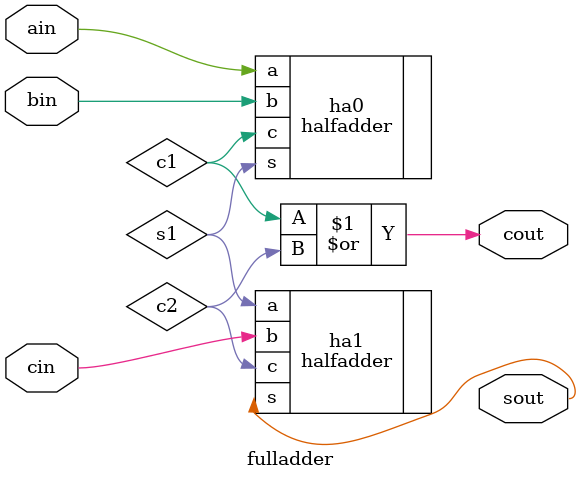
<source format=sv>
`timescale 1ns / 1ps


module fulladder(
    input ain,
    input bin,
    input cin,
    output cout,
    output sout
    );
    
    wire c1, c2, s1;
    
    halfadder ha0(
    .a(ain),
    .b(bin),
    .c(c1),
    .s(s1)
    );
    
    halfadder ha1(
    .a(s1),
    .b(cin),
    .c(c2),
    .s(sout)
    );
    
    assign cout = c1 | c2;
    
endmodule

</source>
